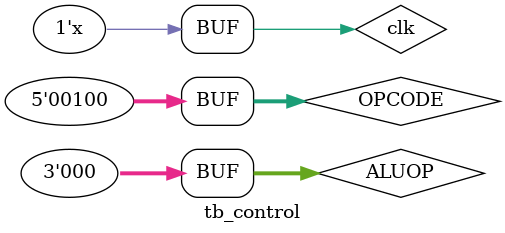
<source format=sv>
`timescale 1 ps/ 1 ps
module tb_control();


logic[4:0] OPCODE;
logic [2:0] ALUOP;
logic WE,DataInputS,DataInputON, OpbSelect, RWrite, Branch, SelectMem, clk;						 
logic [2:0] ALUSignal;
						


UNIDAD_CONTROL ucp(OPCODE, ALUOP, WE,DataInputS,DataInputON, OpbSelect, RWrite, Branch, SelectMem, ALUSignal );

						
initial begin 
	clk =0;
	
	OPCODE = 5'd0;
	ALUOP = 3'd0;

	#5; 
	OPCODE = 5'd0;
	ALUOP = 3'd1;
	
	#5; 
	OPCODE = 5'd0;
	ALUOP = 3'd2;
	
	#5; 
	OPCODE = 5'd0;
	ALUOP = 3'd3;
	
	#5; 
	OPCODE = 5'd0;
	ALUOP = 3'd4;
	
	#5; 
	OPCODE = 5'd1;
	ALUOP = 3'd0;
	
	#5; 
	OPCODE = 5'd2;
	ALUOP = 3'd0;
	#5; 
	OPCODE = 5'd3;
	ALUOP = 3'd0;
	#5; 
	OPCODE = 5'd4;
	ALUOP = 3'd0;
	

end
always 
	#5 clk <= !clk;

endmodule
</source>
